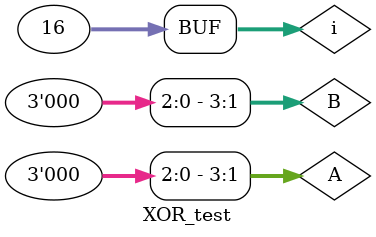
<source format=v>
`timescale 1ns / 1ps


module XOR(input [3:0] A,B, output [3:0] Y);

xor g1(Y[0], A[0], B[0]);
xor g2(Y[1], A[1], B[1]);
xor g3(Y[2], A[2], B[2]);
xor g4(Y[3], A[3], B[3]);

endmodule

module XOR_test();
reg [3:0] A,B;
wire [3:0] Y;
integer i;

XOR uut(A,B,Y);
initial begin
for(i = 0; i<16; i = i+1)
begin
A = $urandom;
B = $urandom;
#10;
end
end
endmodule

</source>
